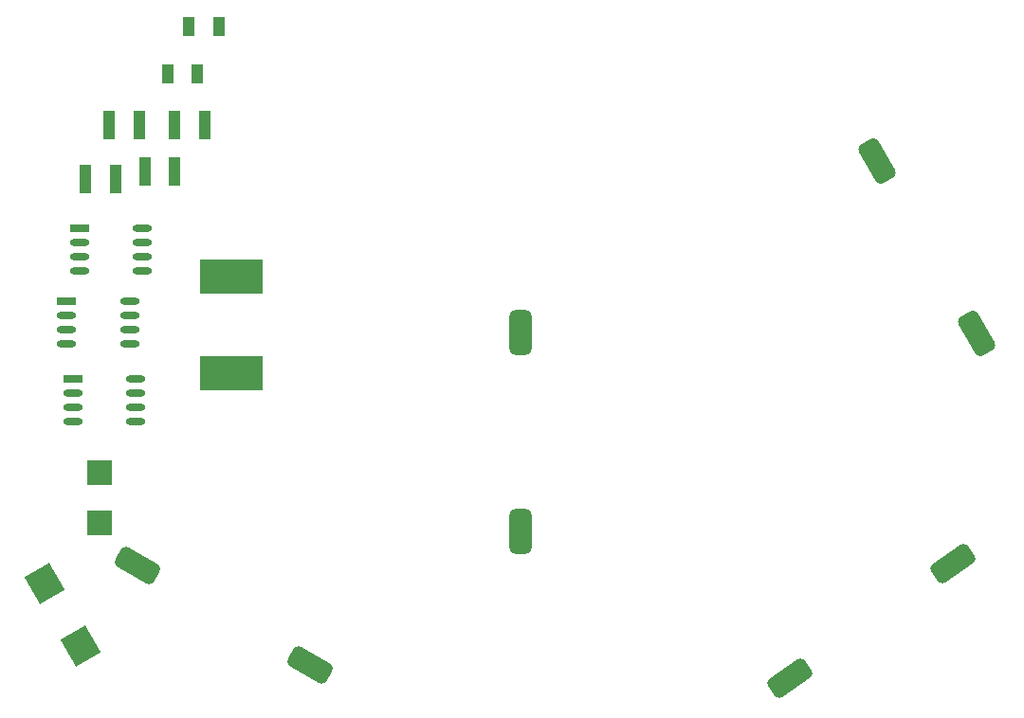
<source format=gtp>
G04 Layer_Color=8421504*
%FSLAX42Y42*%
%MOMM*%
G71*
G01*
G75*
G04:AMPARAMS|DCode=11|XSize=4mm|YSize=2mm|CornerRadius=0.5mm|HoleSize=0mm|Usage=FLASHONLY|Rotation=35.000|XOffset=0mm|YOffset=0mm|HoleType=Round|Shape=RoundedRectangle|*
%AMROUNDEDRECTD11*
21,1,4.00,1.00,0,0,35.0*
21,1,3.00,2.00,0,0,35.0*
1,1,1.00,1.52,0.45*
1,1,1.00,-0.94,-1.27*
1,1,1.00,-1.52,-0.45*
1,1,1.00,0.94,1.27*
%
%ADD11ROUNDEDRECTD11*%
G04:AMPARAMS|DCode=12|XSize=4mm|YSize=2mm|CornerRadius=0.5mm|HoleSize=0mm|Usage=FLASHONLY|Rotation=120.000|XOffset=0mm|YOffset=0mm|HoleType=Round|Shape=RoundedRectangle|*
%AMROUNDEDRECTD12*
21,1,4.00,1.00,0,0,120.0*
21,1,3.00,2.00,0,0,120.0*
1,1,1.00,-0.32,1.55*
1,1,1.00,1.18,-1.05*
1,1,1.00,0.32,-1.55*
1,1,1.00,-1.18,1.05*
%
%ADD12ROUNDEDRECTD12*%
%ADD13R,1.10X2.60*%
%ADD14R,1.10X1.70*%
G04:AMPARAMS|DCode=15|XSize=4mm|YSize=2mm|CornerRadius=0.5mm|HoleSize=0mm|Usage=FLASHONLY|Rotation=90.000|XOffset=0mm|YOffset=0mm|HoleType=Round|Shape=RoundedRectangle|*
%AMROUNDEDRECTD15*
21,1,4.00,1.00,0,0,90.0*
21,1,3.00,2.00,0,0,90.0*
1,1,1.00,0.50,1.50*
1,1,1.00,0.50,-1.50*
1,1,1.00,-0.50,-1.50*
1,1,1.00,-0.50,1.50*
%
%ADD15ROUNDEDRECTD15*%
%ADD16O,1.75X0.67*%
%ADD17R,1.75X0.67*%
G04:AMPARAMS|DCode=18|XSize=4mm|YSize=2mm|CornerRadius=0.5mm|HoleSize=0mm|Usage=FLASHONLY|Rotation=330.000|XOffset=0mm|YOffset=0mm|HoleType=Round|Shape=RoundedRectangle|*
%AMROUNDEDRECTD18*
21,1,4.00,1.00,0,0,330.0*
21,1,3.00,2.00,0,0,330.0*
1,1,1.00,1.05,-1.18*
1,1,1.00,-1.55,0.32*
1,1,1.00,-1.05,1.18*
1,1,1.00,1.55,-0.32*
%
%ADD18ROUNDEDRECTD18*%
%ADD19R,2.30X2.30*%
G04:AMPARAMS|DCode=20|XSize=2.77mm|YSize=2.55mm|CornerRadius=0mm|HoleSize=0mm|Usage=FLASHONLY|Rotation=120.000|XOffset=0mm|YOffset=0mm|HoleType=Round|Shape=Rectangle|*
%AMROTATEDRECTD20*
4,1,4,1.80,-0.56,-0.41,-1.84,-1.80,0.56,0.41,1.84,1.80,-0.56,0.0*
%
%ADD20ROTATEDRECTD20*%

%ADD21R,5.59X3.05*%
D11*
X12696Y10031D02*
D03*
X14152Y11051D02*
D03*
D12*
X14364Y13111D02*
D03*
X13475Y14651D02*
D03*
D13*
X7198Y14973D02*
D03*
X7468D02*
D03*
X6405Y14491D02*
D03*
X6675D02*
D03*
X6613Y14973D02*
D03*
X6883D02*
D03*
X6931Y14554D02*
D03*
X7201D02*
D03*
D14*
X7404Y15430D02*
D03*
X7134D02*
D03*
X7595Y15850D02*
D03*
X7325D02*
D03*
D15*
X10287Y11341D02*
D03*
Y13119D02*
D03*
D16*
X6846Y12319D02*
D03*
Y12446D02*
D03*
Y12573D02*
D03*
Y12700D02*
D03*
X6287Y12319D02*
D03*
Y12446D02*
D03*
Y12573D02*
D03*
X6796Y13018D02*
D03*
Y13145D02*
D03*
Y13271D02*
D03*
Y13399D02*
D03*
X6236Y13018D02*
D03*
Y13145D02*
D03*
Y13271D02*
D03*
X6910Y13665D02*
D03*
Y13792D02*
D03*
Y13919D02*
D03*
Y14046D02*
D03*
X6350Y13665D02*
D03*
Y13792D02*
D03*
Y13919D02*
D03*
D17*
X6287Y12700D02*
D03*
X6236Y13399D02*
D03*
X6350Y14046D02*
D03*
D18*
X6868Y11036D02*
D03*
X8407Y10147D02*
D03*
D19*
X6528Y11862D02*
D03*
Y11412D02*
D03*
D20*
X6359Y10313D02*
D03*
X6037Y10871D02*
D03*
D21*
X7709Y12751D02*
D03*
Y13619D02*
D03*
M02*

</source>
